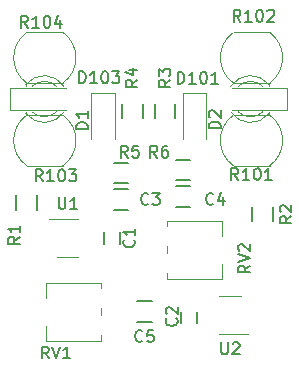
<source format=gbr>
G04 #@! TF.FileFunction,Legend,Top*
%FSLAX46Y46*%
G04 Gerber Fmt 4.6, Leading zero omitted, Abs format (unit mm)*
G04 Created by KiCad (PCBNEW 4.0.7-e0-6372~58~ubuntu16.10.1) date Mon Feb 25 01:17:52 2019*
%MOMM*%
%LPD*%
G01*
G04 APERTURE LIST*
%ADD10C,0.100000*%
%ADD11C,0.150000*%
%ADD12C,0.120000*%
G04 APERTURE END LIST*
D10*
D11*
X15325000Y-26500000D02*
X15325000Y-25500000D01*
X16675000Y-25500000D02*
X16675000Y-26500000D01*
X10175000Y-18750000D02*
X10175000Y-19750000D01*
X8825000Y-19750000D02*
X8825000Y-18750000D01*
X10850000Y-16875000D02*
X9650000Y-16875000D01*
X9650000Y-15125000D02*
X10850000Y-15125000D01*
X16100000Y-16625000D02*
X14900000Y-16625000D01*
X14900000Y-14875000D02*
X16100000Y-14875000D01*
D12*
X9750000Y-7000000D02*
X7750000Y-7000000D01*
X7750000Y-7000000D02*
X7750000Y-10900000D01*
X9750000Y-7000000D02*
X9750000Y-10900000D01*
X17500000Y-7000000D02*
X15500000Y-7000000D01*
X15500000Y-7000000D02*
X15500000Y-10900000D01*
X17500000Y-7000000D02*
X17500000Y-10900000D01*
X24350000Y-8450000D02*
X24350000Y-6550000D01*
X24350000Y-6550000D02*
X19650000Y-6550000D01*
X24350000Y-8450000D02*
X19650000Y-8450000D01*
X19557665Y-8578608D02*
G75*
G03X22790000Y-8735516I1672335J1078608D01*
G01*
X19557665Y-6421392D02*
G75*
G02X22790000Y-6264484I1672335J-1078608D01*
G01*
X20188870Y-8579837D02*
G75*
G03X22270961Y-8580000I1041130J1079837D01*
G01*
X20188870Y-6420163D02*
G75*
G02X22270961Y-6420000I1041130J-1079837D01*
G01*
X22790000Y-8736000D02*
X22790000Y-8580000D01*
X22790000Y-6420000D02*
X22790000Y-6264000D01*
X900000Y-6550000D02*
X900000Y-8450000D01*
X900000Y-8450000D02*
X5600000Y-8450000D01*
X900000Y-6550000D02*
X5600000Y-6550000D01*
X5442335Y-6421392D02*
G75*
G03X2210000Y-6264484I-1672335J-1078608D01*
G01*
X5442335Y-8578608D02*
G75*
G02X2210000Y-8735516I-1672335J1078608D01*
G01*
X4811130Y-6420163D02*
G75*
G03X2729039Y-6420000I-1041130J-1079837D01*
G01*
X4811130Y-8579837D02*
G75*
G02X2729039Y-8580000I-1041130J1079837D01*
G01*
X2210000Y-6264000D02*
X2210000Y-6420000D01*
X2210000Y-8580000D02*
X2210000Y-8736000D01*
D11*
X1375000Y-16850000D02*
X1375000Y-15650000D01*
X3125000Y-15650000D02*
X3125000Y-16850000D01*
X23125000Y-16650000D02*
X23125000Y-17850000D01*
X21375000Y-17850000D02*
X21375000Y-16650000D01*
X13125000Y-9100000D02*
X13125000Y-7900000D01*
X14875000Y-7900000D02*
X14875000Y-9100000D01*
X10375000Y-9100000D02*
X10375000Y-7900000D01*
X12125000Y-7900000D02*
X12125000Y-9100000D01*
X10850000Y-14625000D02*
X9650000Y-14625000D01*
X9650000Y-12875000D02*
X10850000Y-12875000D01*
X16100000Y-14375000D02*
X14900000Y-14375000D01*
X14900000Y-12625000D02*
X16100000Y-12625000D01*
D12*
X22850000Y-8850000D02*
X19800000Y-8850000D01*
X22850000Y-13150000D02*
X19800000Y-13150000D01*
X22828234Y-13165526D02*
G75*
G03X22850000Y-8850000I-1528234J2165526D01*
G01*
X19755487Y-8881751D02*
G75*
G03X19800000Y-13150000I1544513J-2118249D01*
G01*
X22850000Y-1850000D02*
X19800000Y-1850000D01*
X22850000Y-6150000D02*
X19800000Y-6150000D01*
X22828234Y-6165526D02*
G75*
G03X22850000Y-1850000I-1528234J2165526D01*
G01*
X19755487Y-1881751D02*
G75*
G03X19800000Y-6150000I1544513J-2118249D01*
G01*
X5350000Y-8850000D02*
X2300000Y-8850000D01*
X5350000Y-13150000D02*
X2300000Y-13150000D01*
X5328234Y-13165526D02*
G75*
G03X5350000Y-8850000I-1528234J2165526D01*
G01*
X2255487Y-8881751D02*
G75*
G03X2300000Y-13150000I1544513J-2118249D01*
G01*
X5350000Y-1850000D02*
X2300000Y-1850000D01*
X5350000Y-6150000D02*
X2300000Y-6150000D01*
X5328234Y-6165526D02*
G75*
G03X5350000Y-1850000I-1528234J2165526D01*
G01*
X2255487Y-1881751D02*
G75*
G03X2300000Y-6150000I1544513J-2118249D01*
G01*
X3890000Y-23040000D02*
X8610000Y-23040000D01*
X3890000Y-27960000D02*
X8610000Y-27960000D01*
X3890000Y-23040000D02*
X3890000Y-24320000D01*
X3890000Y-26680000D02*
X3890000Y-27960000D01*
X8610000Y-23040000D02*
X8610000Y-23520000D01*
X8610000Y-25180000D02*
X8610000Y-25820000D01*
X8610000Y-27480000D02*
X8610000Y-27960000D01*
X3890000Y-23420000D02*
X3890000Y-23420000D01*
X3890000Y-23420000D02*
X3890000Y-24320000D01*
X3890000Y-23420000D02*
X3890000Y-24320000D01*
X18860000Y-22710000D02*
X14140000Y-22710000D01*
X18860000Y-17790000D02*
X14140000Y-17790000D01*
X18860000Y-22710000D02*
X18860000Y-21430000D01*
X18860000Y-19070000D02*
X18860000Y-17790000D01*
X14140000Y-22710000D02*
X14140000Y-22230000D01*
X14140000Y-20570000D02*
X14140000Y-19930000D01*
X14140000Y-18270000D02*
X14140000Y-17790000D01*
X18860000Y-22330000D02*
X18860000Y-22330000D01*
X18860000Y-22330000D02*
X18860000Y-21430000D01*
X18860000Y-22330000D02*
X18860000Y-21430000D01*
X4850000Y-20860000D02*
X6650000Y-20860000D01*
X6650000Y-17640000D02*
X4200000Y-17640000D01*
X20400000Y-24140000D02*
X18600000Y-24140000D01*
X18600000Y-27360000D02*
X21050000Y-27360000D01*
D11*
X11650000Y-24625000D02*
X12850000Y-24625000D01*
X12850000Y-26375000D02*
X11650000Y-26375000D01*
X14957143Y-26066666D02*
X15004762Y-26114285D01*
X15052381Y-26257142D01*
X15052381Y-26352380D01*
X15004762Y-26495238D01*
X14909524Y-26590476D01*
X14814286Y-26638095D01*
X14623810Y-26685714D01*
X14480952Y-26685714D01*
X14290476Y-26638095D01*
X14195238Y-26590476D01*
X14100000Y-26495238D01*
X14052381Y-26352380D01*
X14052381Y-26257142D01*
X14100000Y-26114285D01*
X14147619Y-26066666D01*
X14147619Y-25685714D02*
X14100000Y-25638095D01*
X14052381Y-25542857D01*
X14052381Y-25304761D01*
X14100000Y-25209523D01*
X14147619Y-25161904D01*
X14242857Y-25114285D01*
X14338095Y-25114285D01*
X14480952Y-25161904D01*
X15052381Y-25733333D01*
X15052381Y-25114285D01*
X11357143Y-19416666D02*
X11404762Y-19464285D01*
X11452381Y-19607142D01*
X11452381Y-19702380D01*
X11404762Y-19845238D01*
X11309524Y-19940476D01*
X11214286Y-19988095D01*
X11023810Y-20035714D01*
X10880952Y-20035714D01*
X10690476Y-19988095D01*
X10595238Y-19940476D01*
X10500000Y-19845238D01*
X10452381Y-19702380D01*
X10452381Y-19607142D01*
X10500000Y-19464285D01*
X10547619Y-19416666D01*
X11452381Y-18464285D02*
X11452381Y-19035714D01*
X11452381Y-18750000D02*
X10452381Y-18750000D01*
X10595238Y-18845238D01*
X10690476Y-18940476D01*
X10738095Y-19035714D01*
X12583334Y-16357143D02*
X12535715Y-16404762D01*
X12392858Y-16452381D01*
X12297620Y-16452381D01*
X12154762Y-16404762D01*
X12059524Y-16309524D01*
X12011905Y-16214286D01*
X11964286Y-16023810D01*
X11964286Y-15880952D01*
X12011905Y-15690476D01*
X12059524Y-15595238D01*
X12154762Y-15500000D01*
X12297620Y-15452381D01*
X12392858Y-15452381D01*
X12535715Y-15500000D01*
X12583334Y-15547619D01*
X12916667Y-15452381D02*
X13535715Y-15452381D01*
X13202381Y-15833333D01*
X13345239Y-15833333D01*
X13440477Y-15880952D01*
X13488096Y-15928571D01*
X13535715Y-16023810D01*
X13535715Y-16261905D01*
X13488096Y-16357143D01*
X13440477Y-16404762D01*
X13345239Y-16452381D01*
X13059524Y-16452381D01*
X12964286Y-16404762D01*
X12916667Y-16357143D01*
X18083334Y-16357143D02*
X18035715Y-16404762D01*
X17892858Y-16452381D01*
X17797620Y-16452381D01*
X17654762Y-16404762D01*
X17559524Y-16309524D01*
X17511905Y-16214286D01*
X17464286Y-16023810D01*
X17464286Y-15880952D01*
X17511905Y-15690476D01*
X17559524Y-15595238D01*
X17654762Y-15500000D01*
X17797620Y-15452381D01*
X17892858Y-15452381D01*
X18035715Y-15500000D01*
X18083334Y-15547619D01*
X18940477Y-15785714D02*
X18940477Y-16452381D01*
X18702381Y-15404762D02*
X18464286Y-16119048D01*
X19083334Y-16119048D01*
X7452381Y-10038095D02*
X6452381Y-10038095D01*
X6452381Y-9800000D01*
X6500000Y-9657142D01*
X6595238Y-9561904D01*
X6690476Y-9514285D01*
X6880952Y-9466666D01*
X7023810Y-9466666D01*
X7214286Y-9514285D01*
X7309524Y-9561904D01*
X7404762Y-9657142D01*
X7452381Y-9800000D01*
X7452381Y-10038095D01*
X7452381Y-8514285D02*
X7452381Y-9085714D01*
X7452381Y-8800000D02*
X6452381Y-8800000D01*
X6595238Y-8895238D01*
X6690476Y-8990476D01*
X6738095Y-9085714D01*
X18702381Y-9988095D02*
X17702381Y-9988095D01*
X17702381Y-9750000D01*
X17750000Y-9607142D01*
X17845238Y-9511904D01*
X17940476Y-9464285D01*
X18130952Y-9416666D01*
X18273810Y-9416666D01*
X18464286Y-9464285D01*
X18559524Y-9511904D01*
X18654762Y-9607142D01*
X18702381Y-9750000D01*
X18702381Y-9988095D01*
X17797619Y-9035714D02*
X17750000Y-8988095D01*
X17702381Y-8892857D01*
X17702381Y-8654761D01*
X17750000Y-8559523D01*
X17797619Y-8511904D01*
X17892857Y-8464285D01*
X17988095Y-8464285D01*
X18130952Y-8511904D01*
X18702381Y-9083333D01*
X18702381Y-8464285D01*
X15059524Y-6202381D02*
X15059524Y-5202381D01*
X15297619Y-5202381D01*
X15440477Y-5250000D01*
X15535715Y-5345238D01*
X15583334Y-5440476D01*
X15630953Y-5630952D01*
X15630953Y-5773810D01*
X15583334Y-5964286D01*
X15535715Y-6059524D01*
X15440477Y-6154762D01*
X15297619Y-6202381D01*
X15059524Y-6202381D01*
X16583334Y-6202381D02*
X16011905Y-6202381D01*
X16297619Y-6202381D02*
X16297619Y-5202381D01*
X16202381Y-5345238D01*
X16107143Y-5440476D01*
X16011905Y-5488095D01*
X17202381Y-5202381D02*
X17297620Y-5202381D01*
X17392858Y-5250000D01*
X17440477Y-5297619D01*
X17488096Y-5392857D01*
X17535715Y-5583333D01*
X17535715Y-5821429D01*
X17488096Y-6011905D01*
X17440477Y-6107143D01*
X17392858Y-6154762D01*
X17297620Y-6202381D01*
X17202381Y-6202381D01*
X17107143Y-6154762D01*
X17059524Y-6107143D01*
X17011905Y-6011905D01*
X16964286Y-5821429D01*
X16964286Y-5583333D01*
X17011905Y-5392857D01*
X17059524Y-5297619D01*
X17107143Y-5250000D01*
X17202381Y-5202381D01*
X18488096Y-6202381D02*
X17916667Y-6202381D01*
X18202381Y-6202381D02*
X18202381Y-5202381D01*
X18107143Y-5345238D01*
X18011905Y-5440476D01*
X17916667Y-5488095D01*
X6709524Y-6152381D02*
X6709524Y-5152381D01*
X6947619Y-5152381D01*
X7090477Y-5200000D01*
X7185715Y-5295238D01*
X7233334Y-5390476D01*
X7280953Y-5580952D01*
X7280953Y-5723810D01*
X7233334Y-5914286D01*
X7185715Y-6009524D01*
X7090477Y-6104762D01*
X6947619Y-6152381D01*
X6709524Y-6152381D01*
X8233334Y-6152381D02*
X7661905Y-6152381D01*
X7947619Y-6152381D02*
X7947619Y-5152381D01*
X7852381Y-5295238D01*
X7757143Y-5390476D01*
X7661905Y-5438095D01*
X8852381Y-5152381D02*
X8947620Y-5152381D01*
X9042858Y-5200000D01*
X9090477Y-5247619D01*
X9138096Y-5342857D01*
X9185715Y-5533333D01*
X9185715Y-5771429D01*
X9138096Y-5961905D01*
X9090477Y-6057143D01*
X9042858Y-6104762D01*
X8947620Y-6152381D01*
X8852381Y-6152381D01*
X8757143Y-6104762D01*
X8709524Y-6057143D01*
X8661905Y-5961905D01*
X8614286Y-5771429D01*
X8614286Y-5533333D01*
X8661905Y-5342857D01*
X8709524Y-5247619D01*
X8757143Y-5200000D01*
X8852381Y-5152381D01*
X9519048Y-5152381D02*
X10138096Y-5152381D01*
X9804762Y-5533333D01*
X9947620Y-5533333D01*
X10042858Y-5580952D01*
X10090477Y-5628571D01*
X10138096Y-5723810D01*
X10138096Y-5961905D01*
X10090477Y-6057143D01*
X10042858Y-6104762D01*
X9947620Y-6152381D01*
X9661905Y-6152381D01*
X9566667Y-6104762D01*
X9519048Y-6057143D01*
X1702381Y-19166666D02*
X1226190Y-19500000D01*
X1702381Y-19738095D02*
X702381Y-19738095D01*
X702381Y-19357142D01*
X750000Y-19261904D01*
X797619Y-19214285D01*
X892857Y-19166666D01*
X1035714Y-19166666D01*
X1130952Y-19214285D01*
X1178571Y-19261904D01*
X1226190Y-19357142D01*
X1226190Y-19738095D01*
X1702381Y-18214285D02*
X1702381Y-18785714D01*
X1702381Y-18500000D02*
X702381Y-18500000D01*
X845238Y-18595238D01*
X940476Y-18690476D01*
X988095Y-18785714D01*
X24702381Y-17416666D02*
X24226190Y-17750000D01*
X24702381Y-17988095D02*
X23702381Y-17988095D01*
X23702381Y-17607142D01*
X23750000Y-17511904D01*
X23797619Y-17464285D01*
X23892857Y-17416666D01*
X24035714Y-17416666D01*
X24130952Y-17464285D01*
X24178571Y-17511904D01*
X24226190Y-17607142D01*
X24226190Y-17988095D01*
X23797619Y-17035714D02*
X23750000Y-16988095D01*
X23702381Y-16892857D01*
X23702381Y-16654761D01*
X23750000Y-16559523D01*
X23797619Y-16511904D01*
X23892857Y-16464285D01*
X23988095Y-16464285D01*
X24130952Y-16511904D01*
X24702381Y-17083333D01*
X24702381Y-16464285D01*
X14452381Y-5866666D02*
X13976190Y-6200000D01*
X14452381Y-6438095D02*
X13452381Y-6438095D01*
X13452381Y-6057142D01*
X13500000Y-5961904D01*
X13547619Y-5914285D01*
X13642857Y-5866666D01*
X13785714Y-5866666D01*
X13880952Y-5914285D01*
X13928571Y-5961904D01*
X13976190Y-6057142D01*
X13976190Y-6438095D01*
X13452381Y-5533333D02*
X13452381Y-4914285D01*
X13833333Y-5247619D01*
X13833333Y-5104761D01*
X13880952Y-5009523D01*
X13928571Y-4961904D01*
X14023810Y-4914285D01*
X14261905Y-4914285D01*
X14357143Y-4961904D01*
X14404762Y-5009523D01*
X14452381Y-5104761D01*
X14452381Y-5390476D01*
X14404762Y-5485714D01*
X14357143Y-5533333D01*
X11652381Y-5866666D02*
X11176190Y-6200000D01*
X11652381Y-6438095D02*
X10652381Y-6438095D01*
X10652381Y-6057142D01*
X10700000Y-5961904D01*
X10747619Y-5914285D01*
X10842857Y-5866666D01*
X10985714Y-5866666D01*
X11080952Y-5914285D01*
X11128571Y-5961904D01*
X11176190Y-6057142D01*
X11176190Y-6438095D01*
X10985714Y-5009523D02*
X11652381Y-5009523D01*
X10604762Y-5247619D02*
X11319048Y-5485714D01*
X11319048Y-4866666D01*
X10833334Y-12452381D02*
X10500000Y-11976190D01*
X10261905Y-12452381D02*
X10261905Y-11452381D01*
X10642858Y-11452381D01*
X10738096Y-11500000D01*
X10785715Y-11547619D01*
X10833334Y-11642857D01*
X10833334Y-11785714D01*
X10785715Y-11880952D01*
X10738096Y-11928571D01*
X10642858Y-11976190D01*
X10261905Y-11976190D01*
X11738096Y-11452381D02*
X11261905Y-11452381D01*
X11214286Y-11928571D01*
X11261905Y-11880952D01*
X11357143Y-11833333D01*
X11595239Y-11833333D01*
X11690477Y-11880952D01*
X11738096Y-11928571D01*
X11785715Y-12023810D01*
X11785715Y-12261905D01*
X11738096Y-12357143D01*
X11690477Y-12404762D01*
X11595239Y-12452381D01*
X11357143Y-12452381D01*
X11261905Y-12404762D01*
X11214286Y-12357143D01*
X13333334Y-12452381D02*
X13000000Y-11976190D01*
X12761905Y-12452381D02*
X12761905Y-11452381D01*
X13142858Y-11452381D01*
X13238096Y-11500000D01*
X13285715Y-11547619D01*
X13333334Y-11642857D01*
X13333334Y-11785714D01*
X13285715Y-11880952D01*
X13238096Y-11928571D01*
X13142858Y-11976190D01*
X12761905Y-11976190D01*
X14190477Y-11452381D02*
X14000000Y-11452381D01*
X13904762Y-11500000D01*
X13857143Y-11547619D01*
X13761905Y-11690476D01*
X13714286Y-11880952D01*
X13714286Y-12261905D01*
X13761905Y-12357143D01*
X13809524Y-12404762D01*
X13904762Y-12452381D01*
X14095239Y-12452381D01*
X14190477Y-12404762D01*
X14238096Y-12357143D01*
X14285715Y-12261905D01*
X14285715Y-12023810D01*
X14238096Y-11928571D01*
X14190477Y-11880952D01*
X14095239Y-11833333D01*
X13904762Y-11833333D01*
X13809524Y-11880952D01*
X13761905Y-11928571D01*
X13714286Y-12023810D01*
X20180953Y-14352381D02*
X19847619Y-13876190D01*
X19609524Y-14352381D02*
X19609524Y-13352381D01*
X19990477Y-13352381D01*
X20085715Y-13400000D01*
X20133334Y-13447619D01*
X20180953Y-13542857D01*
X20180953Y-13685714D01*
X20133334Y-13780952D01*
X20085715Y-13828571D01*
X19990477Y-13876190D01*
X19609524Y-13876190D01*
X21133334Y-14352381D02*
X20561905Y-14352381D01*
X20847619Y-14352381D02*
X20847619Y-13352381D01*
X20752381Y-13495238D01*
X20657143Y-13590476D01*
X20561905Y-13638095D01*
X21752381Y-13352381D02*
X21847620Y-13352381D01*
X21942858Y-13400000D01*
X21990477Y-13447619D01*
X22038096Y-13542857D01*
X22085715Y-13733333D01*
X22085715Y-13971429D01*
X22038096Y-14161905D01*
X21990477Y-14257143D01*
X21942858Y-14304762D01*
X21847620Y-14352381D01*
X21752381Y-14352381D01*
X21657143Y-14304762D01*
X21609524Y-14257143D01*
X21561905Y-14161905D01*
X21514286Y-13971429D01*
X21514286Y-13733333D01*
X21561905Y-13542857D01*
X21609524Y-13447619D01*
X21657143Y-13400000D01*
X21752381Y-13352381D01*
X23038096Y-14352381D02*
X22466667Y-14352381D01*
X22752381Y-14352381D02*
X22752381Y-13352381D01*
X22657143Y-13495238D01*
X22561905Y-13590476D01*
X22466667Y-13638095D01*
X20380953Y-952381D02*
X20047619Y-476190D01*
X19809524Y-952381D02*
X19809524Y47619D01*
X20190477Y47619D01*
X20285715Y0D01*
X20333334Y-47619D01*
X20380953Y-142857D01*
X20380953Y-285714D01*
X20333334Y-380952D01*
X20285715Y-428571D01*
X20190477Y-476190D01*
X19809524Y-476190D01*
X21333334Y-952381D02*
X20761905Y-952381D01*
X21047619Y-952381D02*
X21047619Y47619D01*
X20952381Y-95238D01*
X20857143Y-190476D01*
X20761905Y-238095D01*
X21952381Y47619D02*
X22047620Y47619D01*
X22142858Y0D01*
X22190477Y-47619D01*
X22238096Y-142857D01*
X22285715Y-333333D01*
X22285715Y-571429D01*
X22238096Y-761905D01*
X22190477Y-857143D01*
X22142858Y-904762D01*
X22047620Y-952381D01*
X21952381Y-952381D01*
X21857143Y-904762D01*
X21809524Y-857143D01*
X21761905Y-761905D01*
X21714286Y-571429D01*
X21714286Y-333333D01*
X21761905Y-142857D01*
X21809524Y-47619D01*
X21857143Y0D01*
X21952381Y47619D01*
X22666667Y-47619D02*
X22714286Y0D01*
X22809524Y47619D01*
X23047620Y47619D01*
X23142858Y0D01*
X23190477Y-47619D01*
X23238096Y-142857D01*
X23238096Y-238095D01*
X23190477Y-380952D01*
X22619048Y-952381D01*
X23238096Y-952381D01*
X3630953Y-14452381D02*
X3297619Y-13976190D01*
X3059524Y-14452381D02*
X3059524Y-13452381D01*
X3440477Y-13452381D01*
X3535715Y-13500000D01*
X3583334Y-13547619D01*
X3630953Y-13642857D01*
X3630953Y-13785714D01*
X3583334Y-13880952D01*
X3535715Y-13928571D01*
X3440477Y-13976190D01*
X3059524Y-13976190D01*
X4583334Y-14452381D02*
X4011905Y-14452381D01*
X4297619Y-14452381D02*
X4297619Y-13452381D01*
X4202381Y-13595238D01*
X4107143Y-13690476D01*
X4011905Y-13738095D01*
X5202381Y-13452381D02*
X5297620Y-13452381D01*
X5392858Y-13500000D01*
X5440477Y-13547619D01*
X5488096Y-13642857D01*
X5535715Y-13833333D01*
X5535715Y-14071429D01*
X5488096Y-14261905D01*
X5440477Y-14357143D01*
X5392858Y-14404762D01*
X5297620Y-14452381D01*
X5202381Y-14452381D01*
X5107143Y-14404762D01*
X5059524Y-14357143D01*
X5011905Y-14261905D01*
X4964286Y-14071429D01*
X4964286Y-13833333D01*
X5011905Y-13642857D01*
X5059524Y-13547619D01*
X5107143Y-13500000D01*
X5202381Y-13452381D01*
X5869048Y-13452381D02*
X6488096Y-13452381D01*
X6154762Y-13833333D01*
X6297620Y-13833333D01*
X6392858Y-13880952D01*
X6440477Y-13928571D01*
X6488096Y-14023810D01*
X6488096Y-14261905D01*
X6440477Y-14357143D01*
X6392858Y-14404762D01*
X6297620Y-14452381D01*
X6011905Y-14452381D01*
X5916667Y-14404762D01*
X5869048Y-14357143D01*
X2380953Y-1452381D02*
X2047619Y-976190D01*
X1809524Y-1452381D02*
X1809524Y-452381D01*
X2190477Y-452381D01*
X2285715Y-500000D01*
X2333334Y-547619D01*
X2380953Y-642857D01*
X2380953Y-785714D01*
X2333334Y-880952D01*
X2285715Y-928571D01*
X2190477Y-976190D01*
X1809524Y-976190D01*
X3333334Y-1452381D02*
X2761905Y-1452381D01*
X3047619Y-1452381D02*
X3047619Y-452381D01*
X2952381Y-595238D01*
X2857143Y-690476D01*
X2761905Y-738095D01*
X3952381Y-452381D02*
X4047620Y-452381D01*
X4142858Y-500000D01*
X4190477Y-547619D01*
X4238096Y-642857D01*
X4285715Y-833333D01*
X4285715Y-1071429D01*
X4238096Y-1261905D01*
X4190477Y-1357143D01*
X4142858Y-1404762D01*
X4047620Y-1452381D01*
X3952381Y-1452381D01*
X3857143Y-1404762D01*
X3809524Y-1357143D01*
X3761905Y-1261905D01*
X3714286Y-1071429D01*
X3714286Y-833333D01*
X3761905Y-642857D01*
X3809524Y-547619D01*
X3857143Y-500000D01*
X3952381Y-452381D01*
X5142858Y-785714D02*
X5142858Y-1452381D01*
X4904762Y-404762D02*
X4666667Y-1119048D01*
X5285715Y-1119048D01*
X4154762Y-29452381D02*
X3821428Y-28976190D01*
X3583333Y-29452381D02*
X3583333Y-28452381D01*
X3964286Y-28452381D01*
X4059524Y-28500000D01*
X4107143Y-28547619D01*
X4154762Y-28642857D01*
X4154762Y-28785714D01*
X4107143Y-28880952D01*
X4059524Y-28928571D01*
X3964286Y-28976190D01*
X3583333Y-28976190D01*
X4440476Y-28452381D02*
X4773809Y-29452381D01*
X5107143Y-28452381D01*
X5964286Y-29452381D02*
X5392857Y-29452381D01*
X5678571Y-29452381D02*
X5678571Y-28452381D01*
X5583333Y-28595238D01*
X5488095Y-28690476D01*
X5392857Y-28738095D01*
X21202381Y-21595238D02*
X20726190Y-21928572D01*
X21202381Y-22166667D02*
X20202381Y-22166667D01*
X20202381Y-21785714D01*
X20250000Y-21690476D01*
X20297619Y-21642857D01*
X20392857Y-21595238D01*
X20535714Y-21595238D01*
X20630952Y-21642857D01*
X20678571Y-21690476D01*
X20726190Y-21785714D01*
X20726190Y-22166667D01*
X20202381Y-21309524D02*
X21202381Y-20976191D01*
X20202381Y-20642857D01*
X20297619Y-20357143D02*
X20250000Y-20309524D01*
X20202381Y-20214286D01*
X20202381Y-19976190D01*
X20250000Y-19880952D01*
X20297619Y-19833333D01*
X20392857Y-19785714D01*
X20488095Y-19785714D01*
X20630952Y-19833333D01*
X21202381Y-20404762D01*
X21202381Y-19785714D01*
X4988095Y-15802381D02*
X4988095Y-16611905D01*
X5035714Y-16707143D01*
X5083333Y-16754762D01*
X5178571Y-16802381D01*
X5369048Y-16802381D01*
X5464286Y-16754762D01*
X5511905Y-16707143D01*
X5559524Y-16611905D01*
X5559524Y-15802381D01*
X6559524Y-16802381D02*
X5988095Y-16802381D01*
X6273809Y-16802381D02*
X6273809Y-15802381D01*
X6178571Y-15945238D01*
X6083333Y-16040476D01*
X5988095Y-16088095D01*
X18738095Y-28102381D02*
X18738095Y-28911905D01*
X18785714Y-29007143D01*
X18833333Y-29054762D01*
X18928571Y-29102381D01*
X19119048Y-29102381D01*
X19214286Y-29054762D01*
X19261905Y-29007143D01*
X19309524Y-28911905D01*
X19309524Y-28102381D01*
X19738095Y-28197619D02*
X19785714Y-28150000D01*
X19880952Y-28102381D01*
X20119048Y-28102381D01*
X20214286Y-28150000D01*
X20261905Y-28197619D01*
X20309524Y-28292857D01*
X20309524Y-28388095D01*
X20261905Y-28530952D01*
X19690476Y-29102381D01*
X20309524Y-29102381D01*
X12083334Y-27957143D02*
X12035715Y-28004762D01*
X11892858Y-28052381D01*
X11797620Y-28052381D01*
X11654762Y-28004762D01*
X11559524Y-27909524D01*
X11511905Y-27814286D01*
X11464286Y-27623810D01*
X11464286Y-27480952D01*
X11511905Y-27290476D01*
X11559524Y-27195238D01*
X11654762Y-27100000D01*
X11797620Y-27052381D01*
X11892858Y-27052381D01*
X12035715Y-27100000D01*
X12083334Y-27147619D01*
X12988096Y-27052381D02*
X12511905Y-27052381D01*
X12464286Y-27528571D01*
X12511905Y-27480952D01*
X12607143Y-27433333D01*
X12845239Y-27433333D01*
X12940477Y-27480952D01*
X12988096Y-27528571D01*
X13035715Y-27623810D01*
X13035715Y-27861905D01*
X12988096Y-27957143D01*
X12940477Y-28004762D01*
X12845239Y-28052381D01*
X12607143Y-28052381D01*
X12511905Y-28004762D01*
X12464286Y-27957143D01*
M02*

</source>
